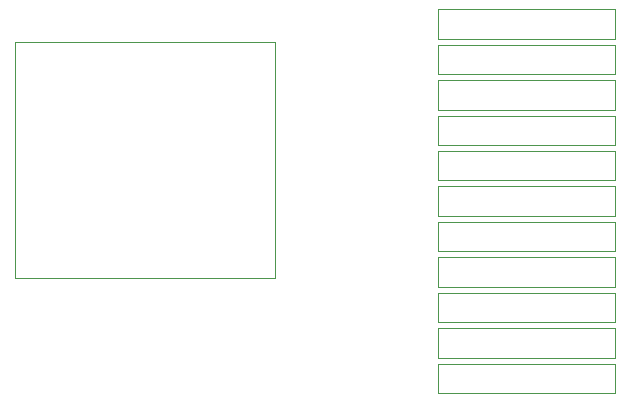
<source format=gbr>
%TF.GenerationSoftware,KiCad,Pcbnew,(5.1.6)-1*%
%TF.CreationDate,2020-07-26T11:23:49+05:30*%
%TF.ProjectId,KiCAD Demo- Buck-Boost Regulator,4b694341-4420-4446-956d-6f2d20427563,rev?*%
%TF.SameCoordinates,Original*%
%TF.FileFunction,Profile,NP*%
%FSLAX46Y46*%
G04 Gerber Fmt 4.6, Leading zero omitted, Abs format (unit mm)*
G04 Created by KiCad (PCBNEW (5.1.6)-1) date 2020-07-26 11:23:49*
%MOMM*%
%LPD*%
G01*
G04 APERTURE LIST*
%TA.AperFunction,Profile*%
%ADD10C,0.050000*%
%TD*%
G04 APERTURE END LIST*
D10*
X150750000Y-99750000D02*
X135750000Y-99750000D01*
X135750000Y-93750000D02*
X135750000Y-91250000D01*
X150750000Y-97250000D02*
X150750000Y-99750000D01*
X135750000Y-99750000D02*
X135750000Y-97250000D01*
X150750000Y-93750000D02*
X135750000Y-93750000D01*
X150750000Y-94250000D02*
X150750000Y-96750000D01*
X135750000Y-97250000D02*
X150750000Y-97250000D01*
X135750000Y-94250000D02*
X150750000Y-94250000D01*
X150750000Y-96750000D02*
X135750000Y-96750000D01*
X150750000Y-91250000D02*
X150750000Y-93750000D01*
X135750000Y-91250000D02*
X150750000Y-91250000D01*
X135750000Y-96750000D02*
X135750000Y-94250000D01*
X150750000Y-84750000D02*
X135750000Y-84750000D01*
X150750000Y-85250000D02*
X150750000Y-87750000D01*
X135750000Y-85250000D02*
X150750000Y-85250000D01*
X150750000Y-87750000D02*
X135750000Y-87750000D01*
X135750000Y-88250000D02*
X150750000Y-88250000D01*
X135750000Y-90750000D02*
X135750000Y-88250000D01*
X150750000Y-88250000D02*
X150750000Y-90750000D01*
X150750000Y-90750000D02*
X135750000Y-90750000D01*
X135750000Y-84750000D02*
X135750000Y-82250000D01*
X135750000Y-79250000D02*
X150750000Y-79250000D01*
X150750000Y-79250000D02*
X150750000Y-81750000D01*
X150750000Y-81750000D02*
X135750000Y-81750000D01*
X150750000Y-82250000D02*
X150750000Y-84750000D01*
X135750000Y-82250000D02*
X150750000Y-82250000D01*
X135750000Y-87750000D02*
X135750000Y-85250000D01*
X135750000Y-81750000D02*
X135750000Y-79250000D01*
X135750000Y-76250000D02*
X150750000Y-76250000D01*
X150750000Y-76250000D02*
X150750000Y-78750000D01*
X150750000Y-78750000D02*
X135750000Y-78750000D01*
X135750000Y-78750000D02*
X135750000Y-76250000D01*
X135750000Y-73250000D02*
X150750000Y-73250000D01*
X150750000Y-73250000D02*
X150750000Y-75750000D01*
X150750000Y-75750000D02*
X135750000Y-75750000D01*
X135750000Y-75750000D02*
X135750000Y-73250000D01*
X135750000Y-70250000D02*
X150750000Y-70250000D01*
X150750000Y-70250000D02*
X150750000Y-72750000D01*
X150750000Y-72750000D02*
X135750000Y-72750000D01*
X135750000Y-72750000D02*
X135750000Y-70250000D01*
X135750000Y-69750000D02*
X135750000Y-67250000D01*
X150750000Y-69750000D02*
X135750000Y-69750000D01*
X150750000Y-67250000D02*
X150750000Y-69750000D01*
X135750000Y-67250000D02*
X150750000Y-67250000D01*
X120000000Y-90000000D02*
X122000000Y-90000000D01*
X120000000Y-70000000D02*
X122000000Y-70000000D01*
X100000000Y-90000000D02*
X100000000Y-70000000D01*
X120000000Y-90000000D02*
X100000000Y-90000000D01*
X122000000Y-70000000D02*
X122000000Y-90000000D01*
X100000000Y-70000000D02*
X120000000Y-70000000D01*
M02*

</source>
